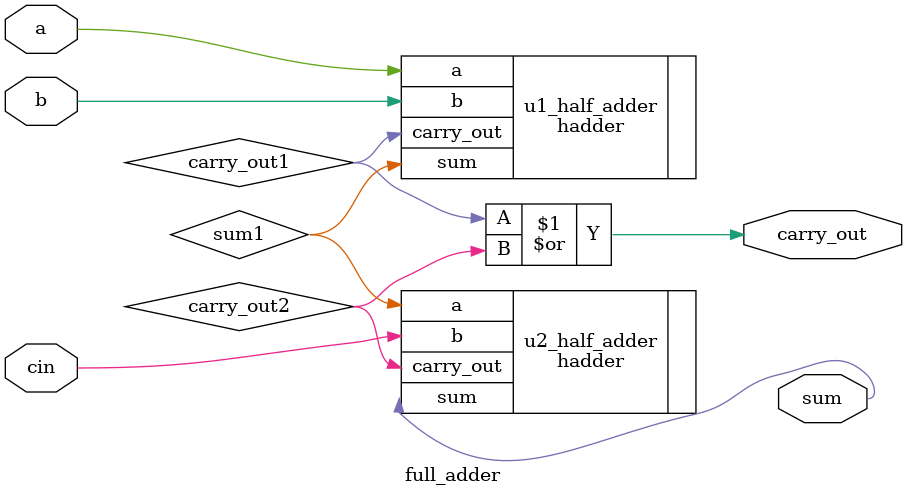
<source format=v>
`timescale 1ns / 1ps
module full_adder(
    
    input a, b,cin,
    output sum, carry_out
   
);
 wire sum1, carry_out1, carry_out2;
    hadder u1_half_adder(
    .a(a),
    .b(b),
    .sum(sum1),
    .carry_out(carry_out1)

    );
    hadder u2_half_adder(
        .a(sum1),
        .b(cin),
        .sum(sum),
        .carry_out(carry_out2)

    );
    assign carry_out = carry_out1 | carry_out2;


endmodule

</source>
